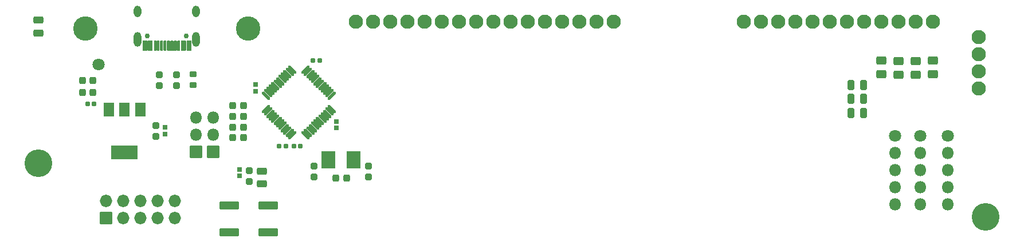
<source format=gbr>
G04 #@! TF.GenerationSoftware,KiCad,Pcbnew,(6.0.0-0)*
G04 #@! TF.CreationDate,2022-01-14T02:26:36+01:00*
G04 #@! TF.ProjectId,modelh,6d6f6465-6c68-42e6-9b69-6361645f7063,v0.1*
G04 #@! TF.SameCoordinates,Original*
G04 #@! TF.FileFunction,Soldermask,Top*
G04 #@! TF.FilePolarity,Negative*
%FSLAX46Y46*%
G04 Gerber Fmt 4.6, Leading zero omitted, Abs format (unit mm)*
G04 Created by KiCad (PCBNEW (6.0.0-0)) date 2022-01-14 02:26:36*
%MOMM*%
%LPD*%
G01*
G04 APERTURE LIST*
G04 Aperture macros list*
%AMRoundRect*
0 Rectangle with rounded corners*
0 $1 Rounding radius*
0 $2 $3 $4 $5 $6 $7 $8 $9 X,Y pos of 4 corners*
0 Add a 4 corners polygon primitive as box body*
4,1,4,$2,$3,$4,$5,$6,$7,$8,$9,$2,$3,0*
0 Add four circle primitives for the rounded corners*
1,1,$1+$1,$2,$3*
1,1,$1+$1,$4,$5*
1,1,$1+$1,$6,$7*
1,1,$1+$1,$8,$9*
0 Add four rect primitives between the rounded corners*
20,1,$1+$1,$2,$3,$4,$5,0*
20,1,$1+$1,$4,$5,$6,$7,0*
20,1,$1+$1,$6,$7,$8,$9,0*
20,1,$1+$1,$8,$9,$2,$3,0*%
G04 Aperture macros list end*
%ADD10C,2.101600*%
%ADD11C,3.601600*%
%ADD12C,4.101600*%
%ADD13RoundRect,0.269550X-0.256250X0.218750X-0.256250X-0.218750X0.256250X-0.218750X0.256250X0.218750X0*%
%ADD14RoundRect,0.269550X0.256250X-0.218750X0.256250X0.218750X-0.256250X0.218750X-0.256250X-0.218750X0*%
%ADD15RoundRect,0.050800X-0.750000X1.000000X-0.750000X-1.000000X0.750000X-1.000000X0.750000X1.000000X0*%
%ADD16RoundRect,0.050800X-1.900000X1.000000X-1.900000X-1.000000X1.900000X-1.000000X1.900000X1.000000X0*%
%ADD17RoundRect,0.269550X-0.218750X-0.256250X0.218750X-0.256250X0.218750X0.256250X-0.218750X0.256250X0*%
%ADD18RoundRect,0.269550X0.218750X0.256250X-0.218750X0.256250X-0.218750X-0.256250X0.218750X-0.256250X0*%
%ADD19RoundRect,0.050800X0.863600X-0.863600X0.863600X0.863600X-0.863600X0.863600X-0.863600X-0.863600X0*%
%ADD20O,1.828800X1.828800*%
%ADD21RoundRect,0.198300X0.172500X-0.147500X0.172500X0.147500X-0.172500X0.147500X-0.172500X-0.147500X0*%
%ADD22RoundRect,0.198300X0.147500X0.172500X-0.147500X0.172500X-0.147500X-0.172500X0.147500X-0.172500X0*%
%ADD23RoundRect,0.050800X1.375000X0.500000X-1.375000X0.500000X-1.375000X-0.500000X1.375000X-0.500000X0*%
%ADD24RoundRect,0.050800X0.850000X0.850000X-0.850000X0.850000X-0.850000X-0.850000X0.850000X-0.850000X0*%
%ADD25O,1.801600X1.801600*%
%ADD26RoundRect,0.125800X0.521491X-0.415425X-0.415425X0.521491X-0.521491X0.415425X0.415425X-0.521491X0*%
%ADD27RoundRect,0.125800X0.521491X0.415425X0.415425X0.521491X-0.521491X-0.415425X-0.415425X-0.521491X0*%
%ADD28C,1.801600*%
%ADD29RoundRect,0.050800X1.000000X1.200000X-1.000000X1.200000X-1.000000X-1.200000X1.000000X-1.200000X0*%
%ADD30RoundRect,0.294550X0.456250X-0.243750X0.456250X0.243750X-0.456250X0.243750X-0.456250X-0.243750X0*%
%ADD31RoundRect,0.198300X-0.172500X0.147500X-0.172500X-0.147500X0.172500X-0.147500X0.172500X0.147500X0*%
%ADD32RoundRect,0.300800X-0.450000X0.325000X-0.450000X-0.325000X0.450000X-0.325000X0.450000X0.325000X0*%
%ADD33RoundRect,0.294550X0.243750X0.456250X-0.243750X0.456250X-0.243750X-0.456250X0.243750X-0.456250X0*%
%ADD34RoundRect,0.198300X-0.147500X-0.172500X0.147500X-0.172500X0.147500X0.172500X-0.147500X0.172500X0*%
%ADD35RoundRect,0.294550X-0.456250X0.243750X-0.456250X-0.243750X0.456250X-0.243750X0.456250X0.243750X0*%
%ADD36C,0.751600*%
%ADD37RoundRect,0.050800X0.300000X0.725000X-0.300000X0.725000X-0.300000X-0.725000X0.300000X-0.725000X0*%
%ADD38RoundRect,0.050800X0.150000X0.725000X-0.150000X0.725000X-0.150000X-0.725000X0.150000X-0.725000X0*%
%ADD39O,1.101600X1.701600*%
%ADD40O,1.101600X2.201600*%
%ADD41RoundRect,0.250800X0.275000X-0.200000X0.275000X0.200000X-0.275000X0.200000X-0.275000X-0.200000X0*%
G04 APERTURE END LIST*
D10*
X208750000Y-60920000D03*
X208750000Y-58380000D03*
X208750000Y-55840000D03*
X208750000Y-53300000D03*
X201930000Y-51000000D03*
X199390000Y-51000000D03*
X196850000Y-51000000D03*
X194310000Y-51000000D03*
X191770000Y-51000000D03*
X189230000Y-51000000D03*
X186690000Y-51000000D03*
X184150000Y-51000000D03*
X181610000Y-51000000D03*
X179070000Y-51000000D03*
X176530000Y-51000000D03*
X173990000Y-51000000D03*
X154800000Y-51000000D03*
X152260000Y-51000000D03*
X149720000Y-51000000D03*
X147180000Y-51000000D03*
X144640000Y-51000000D03*
X142100000Y-51000000D03*
X139560000Y-51000000D03*
X137020000Y-51000000D03*
X134480000Y-51000000D03*
X131940000Y-51000000D03*
X129400000Y-51000000D03*
X126860000Y-51000000D03*
X124320000Y-51000000D03*
X121780000Y-51000000D03*
X119240000Y-51000000D03*
X116700000Y-51000000D03*
D11*
X76770000Y-51990000D03*
X100770000Y-51990000D03*
D12*
X69770000Y-71990000D03*
X209770000Y-79990000D03*
D13*
X90170000Y-58902500D03*
X90170000Y-60477500D03*
D14*
X87170000Y-68027500D03*
X87170000Y-66452500D03*
D15*
X84820000Y-64090000D03*
D16*
X82520000Y-70390000D03*
D15*
X82520000Y-64090000D03*
X80220000Y-64090000D03*
D13*
X87630000Y-58902500D03*
X87630000Y-60477500D03*
D17*
X98482500Y-66640000D03*
X100057500Y-66640000D03*
D18*
X100057500Y-65040000D03*
X98482500Y-65040000D03*
D19*
X79770000Y-80140000D03*
D20*
X79770000Y-77600000D03*
X82310000Y-80140000D03*
X82310000Y-77600000D03*
X84850000Y-80140000D03*
X84850000Y-77600000D03*
X87390000Y-80140000D03*
X87390000Y-77600000D03*
X89930000Y-80140000D03*
X89930000Y-77600000D03*
D13*
X118520000Y-72452500D03*
X118520000Y-74027500D03*
D18*
X115307500Y-74240000D03*
X113732500Y-74240000D03*
D21*
X101870000Y-61325000D03*
X101870000Y-60355000D03*
D22*
X108505000Y-69440000D03*
X107535000Y-69440000D03*
D23*
X97990000Y-82290000D03*
X103750000Y-82290000D03*
X103750000Y-78290000D03*
X97990000Y-78290000D03*
D24*
X95610000Y-70340000D03*
X93070000Y-70340000D03*
D25*
X95610000Y-67800000D03*
X93070000Y-67800000D03*
X95610000Y-65260000D03*
X93070000Y-65260000D03*
D22*
X78040000Y-63240000D03*
X77070000Y-63240000D03*
D21*
X88470000Y-67675000D03*
X88470000Y-66705000D03*
D26*
X109268788Y-67877876D03*
X109622342Y-67524322D03*
X109975895Y-67170769D03*
X110329449Y-66817215D03*
X110683002Y-66463662D03*
X111036555Y-66110109D03*
X111390109Y-65756555D03*
X111743662Y-65403002D03*
X112097215Y-65049449D03*
X112450769Y-64695895D03*
X112804322Y-64342342D03*
X113157876Y-63988788D03*
D27*
X113157876Y-61991212D03*
X112804322Y-61637658D03*
X112450769Y-61284105D03*
X112097215Y-60930551D03*
X111743662Y-60576998D03*
X111390109Y-60223445D03*
X111036555Y-59869891D03*
X110683002Y-59516338D03*
X110329449Y-59162785D03*
X109975895Y-58809231D03*
X109622342Y-58455678D03*
X109268788Y-58102124D03*
D26*
X107271212Y-58102124D03*
X106917658Y-58455678D03*
X106564105Y-58809231D03*
X106210551Y-59162785D03*
X105856998Y-59516338D03*
X105503445Y-59869891D03*
X105149891Y-60223445D03*
X104796338Y-60576998D03*
X104442785Y-60930551D03*
X104089231Y-61284105D03*
X103735678Y-61637658D03*
X103382124Y-61991212D03*
D27*
X103382124Y-63988788D03*
X103735678Y-64342342D03*
X104089231Y-64695895D03*
X104442785Y-65049449D03*
X104796338Y-65403002D03*
X105149891Y-65756555D03*
X105503445Y-66110109D03*
X105856998Y-66463662D03*
X106210551Y-66817215D03*
X106564105Y-67170769D03*
X106917658Y-67524322D03*
X107271212Y-67877876D03*
D22*
X106355000Y-69440000D03*
X105385000Y-69440000D03*
D28*
X204170000Y-67940000D03*
D25*
X204170000Y-70480000D03*
X204170000Y-73020000D03*
X204170000Y-75560000D03*
X204170000Y-78100000D03*
D13*
X110520000Y-72452500D03*
X110520000Y-74027500D03*
D28*
X200070000Y-67940000D03*
D25*
X200070000Y-70480000D03*
X200070000Y-73020000D03*
X200070000Y-75560000D03*
X200070000Y-78100000D03*
D28*
X196370000Y-67940000D03*
D25*
X196370000Y-70480000D03*
X196370000Y-73020000D03*
X196370000Y-75560000D03*
X196370000Y-78100000D03*
D29*
X116370000Y-71490000D03*
X112670000Y-71490000D03*
D30*
X102770000Y-75077500D03*
X102770000Y-73202500D03*
D13*
X100970000Y-73152500D03*
X100970000Y-74727500D03*
D18*
X100057500Y-68240000D03*
X98482500Y-68240000D03*
X100057500Y-63440000D03*
X98482500Y-63440000D03*
D31*
X99470000Y-72905000D03*
X99470000Y-73875000D03*
D32*
X196850000Y-58865000D03*
X196850000Y-56815000D03*
X194310000Y-58840000D03*
X194310000Y-56790000D03*
X201930000Y-58810000D03*
X201930000Y-56760000D03*
X199390000Y-56815000D03*
X199390000Y-58865000D03*
D33*
X191737500Y-60440000D03*
X189862500Y-60440000D03*
X191737500Y-62470000D03*
X189862500Y-62470000D03*
X191737500Y-64540000D03*
X189862500Y-64540000D03*
D34*
X110385000Y-56740000D03*
X111355000Y-56740000D03*
D28*
X78670000Y-57340000D03*
D18*
X77870000Y-61540000D03*
X76295000Y-61540000D03*
D35*
X69770000Y-50802500D03*
X69770000Y-52677500D03*
D17*
X76282500Y-59740000D03*
X77857500Y-59740000D03*
D31*
X113800000Y-65815000D03*
X113800000Y-66785000D03*
D36*
X85880000Y-53140000D03*
X91660000Y-53140000D03*
D37*
X92020000Y-54585000D03*
X91220000Y-54585000D03*
D38*
X90020000Y-54585000D03*
X89020000Y-54585000D03*
X88520000Y-54585000D03*
X87520000Y-54585000D03*
D37*
X86320000Y-54585000D03*
X85520000Y-54585000D03*
X85520000Y-54585000D03*
X86320000Y-54585000D03*
D38*
X87020000Y-54585000D03*
X88020000Y-54585000D03*
X89520000Y-54585000D03*
X90520000Y-54585000D03*
D37*
X91220000Y-54585000D03*
X92020000Y-54585000D03*
D39*
X84450000Y-49490000D03*
D40*
X84450000Y-53670000D03*
X93090000Y-53670000D03*
D39*
X93090000Y-49490000D03*
D41*
X92670000Y-60415000D03*
X92670000Y-58765000D03*
G36*
X107527335Y-67200033D02*
G01*
X107527365Y-67200941D01*
X107520101Y-67237456D01*
X107540652Y-67268215D01*
X107577153Y-67275476D01*
X107594006Y-67268495D01*
X107595989Y-67268756D01*
X107596754Y-67270604D01*
X107596185Y-67271757D01*
X106664881Y-68203061D01*
X106662949Y-68203579D01*
X106661535Y-68202165D01*
X106661505Y-68201257D01*
X106668769Y-68164742D01*
X106648218Y-68133983D01*
X106611717Y-68126722D01*
X106594864Y-68133703D01*
X106592881Y-68133442D01*
X106592116Y-68131594D01*
X106592685Y-68130441D01*
X107523989Y-67199137D01*
X107525921Y-67198619D01*
X107527335Y-67200033D01*
G37*
G36*
X109016223Y-67199349D02*
G01*
X109947527Y-68130653D01*
X109948045Y-68132585D01*
X109946631Y-68133999D01*
X109945723Y-68134029D01*
X109909208Y-68126765D01*
X109878449Y-68147316D01*
X109871188Y-68183817D01*
X109878169Y-68200670D01*
X109877908Y-68202653D01*
X109876060Y-68203418D01*
X109874907Y-68202849D01*
X108943603Y-67271545D01*
X108943085Y-67269613D01*
X108944499Y-67268199D01*
X108945407Y-67268169D01*
X108981922Y-67275433D01*
X109012681Y-67254882D01*
X109019942Y-67218381D01*
X109012961Y-67201528D01*
X109013222Y-67199545D01*
X109015070Y-67198780D01*
X109016223Y-67199349D01*
G37*
G36*
X107173783Y-66846479D02*
G01*
X107173813Y-66847387D01*
X107166549Y-66883900D01*
X107187101Y-66914659D01*
X107223602Y-66921920D01*
X107240453Y-66914940D01*
X107242436Y-66915201D01*
X107243201Y-66917049D01*
X107242632Y-66918202D01*
X106311326Y-67849508D01*
X106309394Y-67850026D01*
X106307980Y-67848612D01*
X106307950Y-67847704D01*
X106315214Y-67811191D01*
X106294662Y-67780432D01*
X106258161Y-67773171D01*
X106241310Y-67780151D01*
X106239327Y-67779890D01*
X106238562Y-67778042D01*
X106239131Y-67776889D01*
X107170437Y-66845583D01*
X107172369Y-66845065D01*
X107173783Y-66846479D01*
G37*
G36*
X109369775Y-66845795D02*
G01*
X110301081Y-67777101D01*
X110301599Y-67779033D01*
X110300185Y-67780447D01*
X110299277Y-67780477D01*
X110262764Y-67773213D01*
X110232005Y-67793765D01*
X110224744Y-67830266D01*
X110231724Y-67847117D01*
X110231463Y-67849100D01*
X110229615Y-67849865D01*
X110228462Y-67849296D01*
X109297156Y-66917990D01*
X109296638Y-66916058D01*
X109298052Y-66914644D01*
X109298960Y-66914614D01*
X109335473Y-66921878D01*
X109366232Y-66901326D01*
X109373493Y-66864825D01*
X109366513Y-66847974D01*
X109366774Y-66845991D01*
X109368622Y-66845226D01*
X109369775Y-66845795D01*
G37*
G36*
X106820228Y-66492926D02*
G01*
X106820258Y-66493834D01*
X106812994Y-66530349D01*
X106833545Y-66561108D01*
X106870046Y-66568369D01*
X106886899Y-66561388D01*
X106888882Y-66561649D01*
X106889647Y-66563497D01*
X106889078Y-66564650D01*
X105957774Y-67495954D01*
X105955842Y-67496472D01*
X105954428Y-67495058D01*
X105954398Y-67494150D01*
X105961662Y-67457635D01*
X105941111Y-67426876D01*
X105904610Y-67419615D01*
X105887757Y-67426596D01*
X105885774Y-67426335D01*
X105885009Y-67424487D01*
X105885578Y-67423334D01*
X106816882Y-66492030D01*
X106818814Y-66491512D01*
X106820228Y-66492926D01*
G37*
G36*
X109723330Y-66492242D02*
G01*
X110654634Y-67423546D01*
X110655152Y-67425478D01*
X110653738Y-67426892D01*
X110652830Y-67426922D01*
X110616315Y-67419658D01*
X110585556Y-67440209D01*
X110578295Y-67476710D01*
X110585276Y-67493563D01*
X110585015Y-67495546D01*
X110583167Y-67496311D01*
X110582014Y-67495742D01*
X109650710Y-66564438D01*
X109650192Y-66562506D01*
X109651606Y-66561092D01*
X109652514Y-66561062D01*
X109689029Y-66568326D01*
X109719788Y-66547775D01*
X109727049Y-66511274D01*
X109720068Y-66494421D01*
X109720329Y-66492438D01*
X109722177Y-66491673D01*
X109723330Y-66492242D01*
G37*
G36*
X106466676Y-66139372D02*
G01*
X106466706Y-66140280D01*
X106459442Y-66176793D01*
X106479994Y-66207552D01*
X106516495Y-66214813D01*
X106533346Y-66207833D01*
X106535329Y-66208094D01*
X106536094Y-66209942D01*
X106535525Y-66211095D01*
X105604219Y-67142401D01*
X105602287Y-67142919D01*
X105600873Y-67141505D01*
X105600843Y-67140597D01*
X105608107Y-67104084D01*
X105587555Y-67073325D01*
X105551054Y-67066064D01*
X105534203Y-67073044D01*
X105532220Y-67072783D01*
X105531455Y-67070935D01*
X105532024Y-67069782D01*
X106463330Y-66138476D01*
X106465262Y-66137958D01*
X106466676Y-66139372D01*
G37*
G36*
X110076882Y-66138688D02*
G01*
X111008188Y-67069994D01*
X111008706Y-67071926D01*
X111007292Y-67073340D01*
X111006384Y-67073370D01*
X110969871Y-67066106D01*
X110939112Y-67086658D01*
X110931851Y-67123159D01*
X110938831Y-67140010D01*
X110938570Y-67141993D01*
X110936722Y-67142758D01*
X110935569Y-67142189D01*
X110004263Y-66210883D01*
X110003745Y-66208951D01*
X110005159Y-66207537D01*
X110006067Y-66207507D01*
X110042580Y-66214771D01*
X110073339Y-66194219D01*
X110080600Y-66157718D01*
X110073620Y-66140867D01*
X110073881Y-66138884D01*
X110075729Y-66138119D01*
X110076882Y-66138688D01*
G37*
G36*
X106113123Y-65785819D02*
G01*
X106113153Y-65786727D01*
X106105889Y-65823240D01*
X106126441Y-65853999D01*
X106162942Y-65861260D01*
X106179793Y-65854280D01*
X106181776Y-65854541D01*
X106182541Y-65856389D01*
X106181972Y-65857542D01*
X105250666Y-66788848D01*
X105248734Y-66789366D01*
X105247320Y-66787952D01*
X105247290Y-66787044D01*
X105254554Y-66750531D01*
X105234002Y-66719772D01*
X105197501Y-66712511D01*
X105180650Y-66719491D01*
X105178667Y-66719230D01*
X105177902Y-66717382D01*
X105178471Y-66716229D01*
X106109777Y-65784923D01*
X106111709Y-65784405D01*
X106113123Y-65785819D01*
G37*
G36*
X110430435Y-65785135D02*
G01*
X111361741Y-66716441D01*
X111362259Y-66718373D01*
X111360845Y-66719787D01*
X111359937Y-66719817D01*
X111323424Y-66712553D01*
X111292665Y-66733105D01*
X111285404Y-66769606D01*
X111292384Y-66786457D01*
X111292123Y-66788440D01*
X111290275Y-66789205D01*
X111289122Y-66788636D01*
X110357816Y-65857330D01*
X110357298Y-65855398D01*
X110358712Y-65853984D01*
X110359620Y-65853954D01*
X110396133Y-65861218D01*
X110426892Y-65840666D01*
X110434153Y-65804165D01*
X110427173Y-65787314D01*
X110427434Y-65785331D01*
X110429282Y-65784566D01*
X110430435Y-65785135D01*
G37*
G36*
X105759568Y-65432266D02*
G01*
X105759598Y-65433174D01*
X105752334Y-65469689D01*
X105772885Y-65500448D01*
X105809386Y-65507709D01*
X105826239Y-65500728D01*
X105828222Y-65500989D01*
X105828987Y-65502837D01*
X105828418Y-65503990D01*
X104897114Y-66435294D01*
X104895182Y-66435812D01*
X104893768Y-66434398D01*
X104893738Y-66433490D01*
X104901002Y-66396975D01*
X104880451Y-66366216D01*
X104843950Y-66358955D01*
X104827097Y-66365936D01*
X104825114Y-66365675D01*
X104824349Y-66363827D01*
X104824918Y-66362674D01*
X105756222Y-65431370D01*
X105758154Y-65430852D01*
X105759568Y-65432266D01*
G37*
G36*
X110783990Y-65431582D02*
G01*
X111715294Y-66362886D01*
X111715812Y-66364818D01*
X111714398Y-66366232D01*
X111713490Y-66366262D01*
X111676975Y-66358998D01*
X111646216Y-66379549D01*
X111638955Y-66416050D01*
X111645936Y-66432903D01*
X111645675Y-66434886D01*
X111643827Y-66435651D01*
X111642674Y-66435082D01*
X110711370Y-65503778D01*
X110710852Y-65501846D01*
X110712266Y-65500432D01*
X110713174Y-65500402D01*
X110749689Y-65507666D01*
X110780448Y-65487115D01*
X110787709Y-65450614D01*
X110780728Y-65433761D01*
X110780989Y-65431778D01*
X110782837Y-65431013D01*
X110783990Y-65431582D01*
G37*
G36*
X105406016Y-65078712D02*
G01*
X105406046Y-65079620D01*
X105398782Y-65116133D01*
X105419334Y-65146892D01*
X105455835Y-65154153D01*
X105472686Y-65147173D01*
X105474669Y-65147434D01*
X105475434Y-65149282D01*
X105474865Y-65150435D01*
X104543559Y-66081741D01*
X104541627Y-66082259D01*
X104540213Y-66080845D01*
X104540183Y-66079937D01*
X104547447Y-66043424D01*
X104526895Y-66012665D01*
X104490394Y-66005404D01*
X104473543Y-66012384D01*
X104471560Y-66012123D01*
X104470795Y-66010275D01*
X104471364Y-66009122D01*
X105402670Y-65077816D01*
X105404602Y-65077298D01*
X105406016Y-65078712D01*
G37*
G36*
X111137542Y-65078028D02*
G01*
X112068848Y-66009334D01*
X112069366Y-66011266D01*
X112067952Y-66012680D01*
X112067044Y-66012710D01*
X112030531Y-66005446D01*
X111999772Y-66025998D01*
X111992511Y-66062499D01*
X111999491Y-66079350D01*
X111999230Y-66081333D01*
X111997382Y-66082098D01*
X111996229Y-66081529D01*
X111064923Y-65150223D01*
X111064405Y-65148291D01*
X111065819Y-65146877D01*
X111066727Y-65146847D01*
X111103240Y-65154111D01*
X111133999Y-65133559D01*
X111141260Y-65097058D01*
X111134280Y-65080207D01*
X111134541Y-65078224D01*
X111136389Y-65077459D01*
X111137542Y-65078028D01*
G37*
G36*
X105052463Y-64725159D02*
G01*
X105052493Y-64726067D01*
X105045229Y-64762580D01*
X105065781Y-64793339D01*
X105102282Y-64800600D01*
X105119133Y-64793620D01*
X105121116Y-64793881D01*
X105121881Y-64795729D01*
X105121312Y-64796882D01*
X104190006Y-65728188D01*
X104188074Y-65728706D01*
X104186660Y-65727292D01*
X104186630Y-65726384D01*
X104193894Y-65689871D01*
X104173342Y-65659112D01*
X104136841Y-65651851D01*
X104119990Y-65658831D01*
X104118007Y-65658570D01*
X104117242Y-65656722D01*
X104117811Y-65655569D01*
X105049117Y-64724263D01*
X105051049Y-64723745D01*
X105052463Y-64725159D01*
G37*
G36*
X111491095Y-64724475D02*
G01*
X112422401Y-65655781D01*
X112422919Y-65657713D01*
X112421505Y-65659127D01*
X112420597Y-65659157D01*
X112384084Y-65651893D01*
X112353325Y-65672445D01*
X112346064Y-65708946D01*
X112353044Y-65725797D01*
X112352783Y-65727780D01*
X112350935Y-65728545D01*
X112349782Y-65727976D01*
X111418476Y-64796670D01*
X111417958Y-64794738D01*
X111419372Y-64793324D01*
X111420280Y-64793294D01*
X111456793Y-64800558D01*
X111487552Y-64780006D01*
X111494813Y-64743505D01*
X111487833Y-64726654D01*
X111488094Y-64724671D01*
X111489942Y-64723906D01*
X111491095Y-64724475D01*
G37*
G36*
X104698908Y-64371606D02*
G01*
X104698938Y-64372514D01*
X104691674Y-64409029D01*
X104712225Y-64439788D01*
X104748726Y-64447049D01*
X104765579Y-64440068D01*
X104767562Y-64440329D01*
X104768327Y-64442177D01*
X104767758Y-64443330D01*
X103836454Y-65374634D01*
X103834522Y-65375152D01*
X103833108Y-65373738D01*
X103833078Y-65372830D01*
X103840342Y-65336315D01*
X103819791Y-65305556D01*
X103783290Y-65298295D01*
X103766437Y-65305276D01*
X103764454Y-65305015D01*
X103763689Y-65303167D01*
X103764258Y-65302014D01*
X104695562Y-64370710D01*
X104697494Y-64370192D01*
X104698908Y-64371606D01*
G37*
G36*
X111844650Y-64370922D02*
G01*
X112775954Y-65302226D01*
X112776472Y-65304158D01*
X112775058Y-65305572D01*
X112774150Y-65305602D01*
X112737635Y-65298338D01*
X112706876Y-65318889D01*
X112699615Y-65355390D01*
X112706596Y-65372243D01*
X112706335Y-65374226D01*
X112704487Y-65374991D01*
X112703334Y-65374422D01*
X111772030Y-64443118D01*
X111771512Y-64441186D01*
X111772926Y-64439772D01*
X111773834Y-64439742D01*
X111810349Y-64447006D01*
X111841108Y-64426455D01*
X111848369Y-64389954D01*
X111841388Y-64373101D01*
X111841649Y-64371118D01*
X111843497Y-64370353D01*
X111844650Y-64370922D01*
G37*
G36*
X104345356Y-64018052D02*
G01*
X104345386Y-64018960D01*
X104338122Y-64055473D01*
X104358674Y-64086232D01*
X104395175Y-64093493D01*
X104412026Y-64086513D01*
X104414009Y-64086774D01*
X104414774Y-64088622D01*
X104414205Y-64089775D01*
X103482899Y-65021081D01*
X103480967Y-65021599D01*
X103479553Y-65020185D01*
X103479523Y-65019277D01*
X103486787Y-64982764D01*
X103466235Y-64952005D01*
X103429734Y-64944744D01*
X103412883Y-64951724D01*
X103410900Y-64951463D01*
X103410135Y-64949615D01*
X103410704Y-64948462D01*
X104342010Y-64017156D01*
X104343942Y-64016638D01*
X104345356Y-64018052D01*
G37*
G36*
X112198202Y-64017368D02*
G01*
X113129508Y-64948674D01*
X113130026Y-64950606D01*
X113128612Y-64952020D01*
X113127704Y-64952050D01*
X113091191Y-64944786D01*
X113060432Y-64965338D01*
X113053171Y-65001839D01*
X113060151Y-65018690D01*
X113059890Y-65020673D01*
X113058042Y-65021438D01*
X113056889Y-65020869D01*
X112125583Y-64089563D01*
X112125065Y-64087631D01*
X112126479Y-64086217D01*
X112127387Y-64086187D01*
X112163900Y-64093451D01*
X112194659Y-64072899D01*
X112201920Y-64036398D01*
X112194940Y-64019547D01*
X112195201Y-64017564D01*
X112197049Y-64016799D01*
X112198202Y-64017368D01*
G37*
G36*
X103991801Y-63664499D02*
G01*
X103991831Y-63665407D01*
X103984567Y-63701922D01*
X104005118Y-63732681D01*
X104041619Y-63739942D01*
X104058472Y-63732961D01*
X104060455Y-63733222D01*
X104061220Y-63735070D01*
X104060651Y-63736223D01*
X103129347Y-64667527D01*
X103127415Y-64668045D01*
X103126001Y-64666631D01*
X103125971Y-64665723D01*
X103133235Y-64629208D01*
X103112684Y-64598449D01*
X103076183Y-64591188D01*
X103059330Y-64598169D01*
X103057347Y-64597908D01*
X103056582Y-64596060D01*
X103057151Y-64594907D01*
X103988455Y-63663603D01*
X103990387Y-63663085D01*
X103991801Y-63664499D01*
G37*
G36*
X112551757Y-63663815D02*
G01*
X113483061Y-64595119D01*
X113483579Y-64597051D01*
X113482165Y-64598465D01*
X113481257Y-64598495D01*
X113444742Y-64591231D01*
X113413983Y-64611782D01*
X113406722Y-64648283D01*
X113413703Y-64665136D01*
X113413442Y-64667119D01*
X113411594Y-64667884D01*
X113410441Y-64667315D01*
X112479137Y-63736011D01*
X112478619Y-63734079D01*
X112480033Y-63732665D01*
X112480941Y-63732635D01*
X112517456Y-63739899D01*
X112548215Y-63719348D01*
X112555476Y-63682847D01*
X112548495Y-63665994D01*
X112548756Y-63664011D01*
X112550604Y-63663246D01*
X112551757Y-63663815D01*
G37*
G36*
X113413999Y-61313369D02*
G01*
X113414029Y-61314277D01*
X113406765Y-61350792D01*
X113427316Y-61381551D01*
X113463817Y-61388812D01*
X113480670Y-61381831D01*
X113482653Y-61382092D01*
X113483418Y-61383940D01*
X113482849Y-61385093D01*
X112551545Y-62316397D01*
X112549613Y-62316915D01*
X112548199Y-62315501D01*
X112548169Y-62314593D01*
X112555433Y-62278078D01*
X112534882Y-62247319D01*
X112498381Y-62240058D01*
X112481528Y-62247039D01*
X112479545Y-62246778D01*
X112478780Y-62244930D01*
X112479349Y-62243777D01*
X113410653Y-61312473D01*
X113412585Y-61311955D01*
X113413999Y-61313369D01*
G37*
G36*
X103129559Y-61312685D02*
G01*
X104060863Y-62243989D01*
X104061381Y-62245921D01*
X104059967Y-62247335D01*
X104059059Y-62247365D01*
X104022544Y-62240101D01*
X103991785Y-62260652D01*
X103984524Y-62297153D01*
X103991505Y-62314006D01*
X103991244Y-62315989D01*
X103989396Y-62316754D01*
X103988243Y-62316185D01*
X103056939Y-61384881D01*
X103056421Y-61382949D01*
X103057835Y-61381535D01*
X103058743Y-61381505D01*
X103095258Y-61388769D01*
X103126017Y-61368218D01*
X103133278Y-61331717D01*
X103126297Y-61314864D01*
X103126558Y-61312881D01*
X103128406Y-61312116D01*
X103129559Y-61312685D01*
G37*
G36*
X113060447Y-60959815D02*
G01*
X113060477Y-60960723D01*
X113053213Y-60997236D01*
X113073765Y-61027995D01*
X113110266Y-61035256D01*
X113127117Y-61028276D01*
X113129100Y-61028537D01*
X113129865Y-61030385D01*
X113129296Y-61031538D01*
X112197990Y-61962844D01*
X112196058Y-61963362D01*
X112194644Y-61961948D01*
X112194614Y-61961040D01*
X112201878Y-61924527D01*
X112181326Y-61893768D01*
X112144825Y-61886507D01*
X112127974Y-61893487D01*
X112125991Y-61893226D01*
X112125226Y-61891378D01*
X112125795Y-61890225D01*
X113057101Y-60958919D01*
X113059033Y-60958401D01*
X113060447Y-60959815D01*
G37*
G36*
X103483111Y-60959131D02*
G01*
X104414417Y-61890437D01*
X104414935Y-61892369D01*
X104413521Y-61893783D01*
X104412613Y-61893813D01*
X104376100Y-61886549D01*
X104345341Y-61907101D01*
X104338080Y-61943602D01*
X104345060Y-61960453D01*
X104344799Y-61962436D01*
X104342951Y-61963201D01*
X104341798Y-61962632D01*
X103410492Y-61031326D01*
X103409974Y-61029394D01*
X103411388Y-61027980D01*
X103412296Y-61027950D01*
X103448809Y-61035214D01*
X103479568Y-61014662D01*
X103486829Y-60978161D01*
X103479849Y-60961310D01*
X103480110Y-60959327D01*
X103481958Y-60958562D01*
X103483111Y-60959131D01*
G37*
G36*
X112706892Y-60606262D02*
G01*
X112706922Y-60607170D01*
X112699658Y-60643685D01*
X112720209Y-60674444D01*
X112756710Y-60681705D01*
X112773563Y-60674724D01*
X112775546Y-60674985D01*
X112776311Y-60676833D01*
X112775742Y-60677986D01*
X111844438Y-61609290D01*
X111842506Y-61609808D01*
X111841092Y-61608394D01*
X111841062Y-61607486D01*
X111848326Y-61570971D01*
X111827775Y-61540212D01*
X111791274Y-61532951D01*
X111774421Y-61539932D01*
X111772438Y-61539671D01*
X111771673Y-61537823D01*
X111772242Y-61536670D01*
X112703546Y-60605366D01*
X112705478Y-60604848D01*
X112706892Y-60606262D01*
G37*
G36*
X103836666Y-60605578D02*
G01*
X104767970Y-61536882D01*
X104768488Y-61538814D01*
X104767074Y-61540228D01*
X104766166Y-61540258D01*
X104729651Y-61532994D01*
X104698892Y-61553545D01*
X104691631Y-61590046D01*
X104698612Y-61606899D01*
X104698351Y-61608882D01*
X104696503Y-61609647D01*
X104695350Y-61609078D01*
X103764046Y-60677774D01*
X103763528Y-60675842D01*
X103764942Y-60674428D01*
X103765850Y-60674398D01*
X103802365Y-60681662D01*
X103833124Y-60661111D01*
X103840385Y-60624610D01*
X103833404Y-60607757D01*
X103833665Y-60605774D01*
X103835513Y-60605009D01*
X103836666Y-60605578D01*
G37*
G36*
X112353340Y-60252708D02*
G01*
X112353370Y-60253616D01*
X112346106Y-60290129D01*
X112366658Y-60320888D01*
X112403159Y-60328149D01*
X112420010Y-60321169D01*
X112421993Y-60321430D01*
X112422758Y-60323278D01*
X112422189Y-60324431D01*
X111490883Y-61255737D01*
X111488951Y-61256255D01*
X111487537Y-61254841D01*
X111487507Y-61253933D01*
X111494771Y-61217420D01*
X111474219Y-61186661D01*
X111437718Y-61179400D01*
X111420867Y-61186380D01*
X111418884Y-61186119D01*
X111418119Y-61184271D01*
X111418688Y-61183118D01*
X112349994Y-60251812D01*
X112351926Y-60251294D01*
X112353340Y-60252708D01*
G37*
G36*
X104190218Y-60252024D02*
G01*
X105121524Y-61183330D01*
X105122042Y-61185262D01*
X105120628Y-61186676D01*
X105119720Y-61186706D01*
X105083207Y-61179442D01*
X105052448Y-61199994D01*
X105045187Y-61236495D01*
X105052167Y-61253346D01*
X105051906Y-61255329D01*
X105050058Y-61256094D01*
X105048905Y-61255525D01*
X104117599Y-60324219D01*
X104117081Y-60322287D01*
X104118495Y-60320873D01*
X104119403Y-60320843D01*
X104155916Y-60328107D01*
X104186675Y-60307555D01*
X104193936Y-60271054D01*
X104186956Y-60254203D01*
X104187217Y-60252220D01*
X104189065Y-60251455D01*
X104190218Y-60252024D01*
G37*
G36*
X111999787Y-59899155D02*
G01*
X111999817Y-59900063D01*
X111992553Y-59936576D01*
X112013105Y-59967335D01*
X112049606Y-59974596D01*
X112066457Y-59967616D01*
X112068440Y-59967877D01*
X112069205Y-59969725D01*
X112068636Y-59970878D01*
X111137330Y-60902184D01*
X111135398Y-60902702D01*
X111133984Y-60901288D01*
X111133954Y-60900380D01*
X111141218Y-60863867D01*
X111120666Y-60833108D01*
X111084165Y-60825847D01*
X111067314Y-60832827D01*
X111065331Y-60832566D01*
X111064566Y-60830718D01*
X111065135Y-60829565D01*
X111996441Y-59898259D01*
X111998373Y-59897741D01*
X111999787Y-59899155D01*
G37*
G36*
X104543771Y-59898471D02*
G01*
X105475077Y-60829777D01*
X105475595Y-60831709D01*
X105474181Y-60833123D01*
X105473273Y-60833153D01*
X105436760Y-60825889D01*
X105406001Y-60846441D01*
X105398740Y-60882942D01*
X105405720Y-60899793D01*
X105405459Y-60901776D01*
X105403611Y-60902541D01*
X105402458Y-60901972D01*
X104471152Y-59970666D01*
X104470634Y-59968734D01*
X104472048Y-59967320D01*
X104472956Y-59967290D01*
X104509469Y-59974554D01*
X104540228Y-59954002D01*
X104547489Y-59917501D01*
X104540509Y-59900650D01*
X104540770Y-59898667D01*
X104542618Y-59897902D01*
X104543771Y-59898471D01*
G37*
G36*
X111646232Y-59545602D02*
G01*
X111646262Y-59546510D01*
X111638998Y-59583025D01*
X111659549Y-59613784D01*
X111696050Y-59621045D01*
X111712903Y-59614064D01*
X111714886Y-59614325D01*
X111715651Y-59616173D01*
X111715082Y-59617326D01*
X110783778Y-60548630D01*
X110781846Y-60549148D01*
X110780432Y-60547734D01*
X110780402Y-60546826D01*
X110787666Y-60510311D01*
X110767115Y-60479552D01*
X110730614Y-60472291D01*
X110713761Y-60479272D01*
X110711778Y-60479011D01*
X110711013Y-60477163D01*
X110711582Y-60476010D01*
X111642886Y-59544706D01*
X111644818Y-59544188D01*
X111646232Y-59545602D01*
G37*
G36*
X104897326Y-59544918D02*
G01*
X105828630Y-60476222D01*
X105829148Y-60478154D01*
X105827734Y-60479568D01*
X105826826Y-60479598D01*
X105790311Y-60472334D01*
X105759552Y-60492885D01*
X105752291Y-60529386D01*
X105759272Y-60546239D01*
X105759011Y-60548222D01*
X105757163Y-60548987D01*
X105756010Y-60548418D01*
X104824706Y-59617114D01*
X104824188Y-59615182D01*
X104825602Y-59613768D01*
X104826510Y-59613738D01*
X104863025Y-59621002D01*
X104893784Y-59600451D01*
X104901045Y-59563950D01*
X104894064Y-59547097D01*
X104894325Y-59545114D01*
X104896173Y-59544349D01*
X104897326Y-59544918D01*
G37*
G36*
X111292680Y-59192048D02*
G01*
X111292710Y-59192956D01*
X111285446Y-59229469D01*
X111305998Y-59260228D01*
X111342499Y-59267489D01*
X111359350Y-59260509D01*
X111361333Y-59260770D01*
X111362098Y-59262618D01*
X111361529Y-59263771D01*
X110430223Y-60195077D01*
X110428291Y-60195595D01*
X110426877Y-60194181D01*
X110426847Y-60193273D01*
X110434111Y-60156760D01*
X110413559Y-60126001D01*
X110377058Y-60118740D01*
X110360207Y-60125720D01*
X110358224Y-60125459D01*
X110357459Y-60123611D01*
X110358028Y-60122458D01*
X111289334Y-59191152D01*
X111291266Y-59190634D01*
X111292680Y-59192048D01*
G37*
G36*
X105250878Y-59191364D02*
G01*
X106182184Y-60122670D01*
X106182702Y-60124602D01*
X106181288Y-60126016D01*
X106180380Y-60126046D01*
X106143867Y-60118782D01*
X106113108Y-60139334D01*
X106105847Y-60175835D01*
X106112827Y-60192686D01*
X106112566Y-60194669D01*
X106110718Y-60195434D01*
X106109565Y-60194865D01*
X105178259Y-59263559D01*
X105177741Y-59261627D01*
X105179155Y-59260213D01*
X105180063Y-59260183D01*
X105216576Y-59267447D01*
X105247335Y-59246895D01*
X105254596Y-59210394D01*
X105247616Y-59193543D01*
X105247877Y-59191560D01*
X105249725Y-59190795D01*
X105250878Y-59191364D01*
G37*
G36*
X110939127Y-58838495D02*
G01*
X110939157Y-58839403D01*
X110931893Y-58875916D01*
X110952445Y-58906675D01*
X110988946Y-58913936D01*
X111005797Y-58906956D01*
X111007780Y-58907217D01*
X111008545Y-58909065D01*
X111007976Y-58910218D01*
X110076670Y-59841524D01*
X110074738Y-59842042D01*
X110073324Y-59840628D01*
X110073294Y-59839720D01*
X110080558Y-59803207D01*
X110060006Y-59772448D01*
X110023505Y-59765187D01*
X110006654Y-59772167D01*
X110004671Y-59771906D01*
X110003906Y-59770058D01*
X110004475Y-59768905D01*
X110935781Y-58837599D01*
X110937713Y-58837081D01*
X110939127Y-58838495D01*
G37*
G36*
X105604431Y-58837811D02*
G01*
X106535737Y-59769117D01*
X106536255Y-59771049D01*
X106534841Y-59772463D01*
X106533933Y-59772493D01*
X106497420Y-59765229D01*
X106466661Y-59785781D01*
X106459400Y-59822282D01*
X106466380Y-59839133D01*
X106466119Y-59841116D01*
X106464271Y-59841881D01*
X106463118Y-59841312D01*
X105531812Y-58910006D01*
X105531294Y-58908074D01*
X105532708Y-58906660D01*
X105533616Y-58906630D01*
X105570129Y-58913894D01*
X105600888Y-58893342D01*
X105608149Y-58856841D01*
X105601169Y-58839990D01*
X105601430Y-58838007D01*
X105603278Y-58837242D01*
X105604431Y-58837811D01*
G37*
G36*
X110585572Y-58484942D02*
G01*
X110585602Y-58485850D01*
X110578338Y-58522365D01*
X110598889Y-58553124D01*
X110635390Y-58560385D01*
X110652243Y-58553404D01*
X110654226Y-58553665D01*
X110654991Y-58555513D01*
X110654422Y-58556666D01*
X109723118Y-59487970D01*
X109721186Y-59488488D01*
X109719772Y-59487074D01*
X109719742Y-59486166D01*
X109727006Y-59449651D01*
X109706455Y-59418892D01*
X109669954Y-59411631D01*
X109653101Y-59418612D01*
X109651118Y-59418351D01*
X109650353Y-59416503D01*
X109650922Y-59415350D01*
X110582226Y-58484046D01*
X110584158Y-58483528D01*
X110585572Y-58484942D01*
G37*
G36*
X105957986Y-58484258D02*
G01*
X106889290Y-59415562D01*
X106889808Y-59417494D01*
X106888394Y-59418908D01*
X106887486Y-59418938D01*
X106850971Y-59411674D01*
X106820212Y-59432225D01*
X106812951Y-59468726D01*
X106819932Y-59485579D01*
X106819671Y-59487562D01*
X106817823Y-59488327D01*
X106816670Y-59487758D01*
X105885366Y-58556454D01*
X105884848Y-58554522D01*
X105886262Y-58553108D01*
X105887170Y-58553078D01*
X105923685Y-58560342D01*
X105954444Y-58539791D01*
X105961705Y-58503290D01*
X105954724Y-58486437D01*
X105954985Y-58484454D01*
X105956833Y-58483689D01*
X105957986Y-58484258D01*
G37*
G36*
X110232020Y-58131388D02*
G01*
X110232050Y-58132296D01*
X110224786Y-58168809D01*
X110245338Y-58199568D01*
X110281839Y-58206829D01*
X110298690Y-58199849D01*
X110300673Y-58200110D01*
X110301438Y-58201958D01*
X110300869Y-58203111D01*
X109369563Y-59134417D01*
X109367631Y-59134935D01*
X109366217Y-59133521D01*
X109366187Y-59132613D01*
X109373451Y-59096100D01*
X109352899Y-59065341D01*
X109316398Y-59058080D01*
X109299547Y-59065060D01*
X109297564Y-59064799D01*
X109296799Y-59062951D01*
X109297368Y-59061798D01*
X110228674Y-58130492D01*
X110230606Y-58129974D01*
X110232020Y-58131388D01*
G37*
G36*
X106311538Y-58130704D02*
G01*
X107242844Y-59062010D01*
X107243362Y-59063942D01*
X107241948Y-59065356D01*
X107241040Y-59065386D01*
X107204527Y-59058122D01*
X107173768Y-59078674D01*
X107166507Y-59115175D01*
X107173487Y-59132026D01*
X107173226Y-59134009D01*
X107171378Y-59134774D01*
X107170225Y-59134205D01*
X106238919Y-58202899D01*
X106238401Y-58200967D01*
X106239815Y-58199553D01*
X106240723Y-58199523D01*
X106277236Y-58206787D01*
X106307995Y-58186235D01*
X106315256Y-58149734D01*
X106308276Y-58132883D01*
X106308537Y-58130900D01*
X106310385Y-58130135D01*
X106311538Y-58130704D01*
G37*
G36*
X109878465Y-57777835D02*
G01*
X109878495Y-57778743D01*
X109871231Y-57815258D01*
X109891782Y-57846017D01*
X109928283Y-57853278D01*
X109945136Y-57846297D01*
X109947119Y-57846558D01*
X109947884Y-57848406D01*
X109947315Y-57849559D01*
X109016011Y-58780863D01*
X109014079Y-58781381D01*
X109012665Y-58779967D01*
X109012635Y-58779059D01*
X109019899Y-58742544D01*
X108999348Y-58711785D01*
X108962847Y-58704524D01*
X108945994Y-58711505D01*
X108944011Y-58711244D01*
X108943246Y-58709396D01*
X108943815Y-58708243D01*
X109875119Y-57776939D01*
X109877051Y-57776421D01*
X109878465Y-57777835D01*
G37*
G36*
X106665093Y-57777151D02*
G01*
X107596397Y-58708455D01*
X107596915Y-58710387D01*
X107595501Y-58711801D01*
X107594593Y-58711831D01*
X107558078Y-58704567D01*
X107527319Y-58725118D01*
X107520058Y-58761619D01*
X107527039Y-58778472D01*
X107526778Y-58780455D01*
X107524930Y-58781220D01*
X107523777Y-58780651D01*
X106592473Y-57849347D01*
X106591955Y-57847415D01*
X106593369Y-57846001D01*
X106594277Y-57845971D01*
X106630792Y-57853235D01*
X106661551Y-57832684D01*
X106668812Y-57796183D01*
X106661831Y-57779330D01*
X106662092Y-57777347D01*
X106663940Y-57776582D01*
X106665093Y-57777151D01*
G37*
G36*
X88222463Y-53862704D02*
G01*
X88243146Y-53893660D01*
X88279429Y-53900878D01*
X88310372Y-53880202D01*
X88317352Y-53863352D01*
X88318939Y-53862134D01*
X88320787Y-53862899D01*
X88321200Y-53864117D01*
X88321200Y-55306185D01*
X88320200Y-55307917D01*
X88318200Y-55307917D01*
X88317537Y-55307296D01*
X88296854Y-55276340D01*
X88260571Y-55269122D01*
X88229628Y-55289798D01*
X88222648Y-55306648D01*
X88221061Y-55307866D01*
X88219213Y-55307101D01*
X88218800Y-55305883D01*
X88218800Y-53863815D01*
X88219800Y-53862083D01*
X88221800Y-53862083D01*
X88222463Y-53862704D01*
G37*
G36*
X87222463Y-53862704D02*
G01*
X87243146Y-53893660D01*
X87279429Y-53900878D01*
X87310372Y-53880202D01*
X87317352Y-53863352D01*
X87318939Y-53862134D01*
X87320787Y-53862899D01*
X87321200Y-53864117D01*
X87321200Y-55306185D01*
X87320200Y-55307917D01*
X87318200Y-55307917D01*
X87317537Y-55307296D01*
X87296854Y-55276340D01*
X87260571Y-55269122D01*
X87229628Y-55289798D01*
X87222648Y-55306648D01*
X87221061Y-55307866D01*
X87219213Y-55307101D01*
X87218800Y-55305883D01*
X87218800Y-53863815D01*
X87219800Y-53862083D01*
X87221800Y-53862083D01*
X87222463Y-53862704D01*
G37*
G36*
X87722463Y-53862704D02*
G01*
X87743146Y-53893660D01*
X87779429Y-53900878D01*
X87810372Y-53880202D01*
X87817352Y-53863352D01*
X87818939Y-53862134D01*
X87820787Y-53862899D01*
X87821200Y-53864117D01*
X87821200Y-55306185D01*
X87820200Y-55307917D01*
X87818200Y-55307917D01*
X87817537Y-55307296D01*
X87796854Y-55276340D01*
X87760571Y-55269122D01*
X87729628Y-55289798D01*
X87722648Y-55306648D01*
X87721061Y-55307866D01*
X87719213Y-55307101D01*
X87718800Y-55305883D01*
X87718800Y-53863815D01*
X87719800Y-53862083D01*
X87721800Y-53862083D01*
X87722463Y-53862704D01*
G37*
G36*
X89722463Y-53862704D02*
G01*
X89743146Y-53893660D01*
X89779429Y-53900878D01*
X89810372Y-53880202D01*
X89817352Y-53863352D01*
X89818939Y-53862134D01*
X89820787Y-53862899D01*
X89821200Y-53864117D01*
X89821200Y-55306185D01*
X89820200Y-55307917D01*
X89818200Y-55307917D01*
X89817537Y-55307296D01*
X89796854Y-55276340D01*
X89760571Y-55269122D01*
X89729628Y-55289798D01*
X89722648Y-55306648D01*
X89721061Y-55307866D01*
X89719213Y-55307101D01*
X89718800Y-55305883D01*
X89718800Y-53863815D01*
X89719800Y-53862083D01*
X89721800Y-53862083D01*
X89722463Y-53862704D01*
G37*
G36*
X85872463Y-53862704D02*
G01*
X85893146Y-53893660D01*
X85929429Y-53900878D01*
X85960372Y-53880202D01*
X85967352Y-53863352D01*
X85968939Y-53862134D01*
X85970787Y-53862899D01*
X85971200Y-53864117D01*
X85971200Y-55306185D01*
X85970200Y-55307917D01*
X85968200Y-55307917D01*
X85967537Y-55307296D01*
X85946854Y-55276340D01*
X85910571Y-55269122D01*
X85879628Y-55289798D01*
X85872648Y-55306648D01*
X85871061Y-55307866D01*
X85869213Y-55307101D01*
X85868800Y-55305883D01*
X85868800Y-53863815D01*
X85869800Y-53862083D01*
X85871800Y-53862083D01*
X85872463Y-53862704D01*
G37*
G36*
X89222463Y-53862704D02*
G01*
X89243146Y-53893660D01*
X89279429Y-53900878D01*
X89310372Y-53880202D01*
X89317352Y-53863352D01*
X89318939Y-53862134D01*
X89320787Y-53862899D01*
X89321200Y-53864117D01*
X89321200Y-55306185D01*
X89320200Y-55307917D01*
X89318200Y-55307917D01*
X89317537Y-55307296D01*
X89296854Y-55276340D01*
X89260571Y-55269122D01*
X89229628Y-55289798D01*
X89222648Y-55306648D01*
X89221061Y-55307866D01*
X89219213Y-55307101D01*
X89218800Y-55305883D01*
X89218800Y-53863815D01*
X89219800Y-53862083D01*
X89221800Y-53862083D01*
X89222463Y-53862704D01*
G37*
G36*
X90222463Y-53862704D02*
G01*
X90243146Y-53893660D01*
X90279429Y-53900878D01*
X90310372Y-53880202D01*
X90317352Y-53863352D01*
X90318939Y-53862134D01*
X90320787Y-53862899D01*
X90321200Y-53864117D01*
X90321200Y-55306185D01*
X90320200Y-55307917D01*
X90318200Y-55307917D01*
X90317537Y-55307296D01*
X90296854Y-55276340D01*
X90260571Y-55269122D01*
X90229628Y-55289798D01*
X90222648Y-55306648D01*
X90221061Y-55307866D01*
X90219213Y-55307101D01*
X90218800Y-55305883D01*
X90218800Y-53863815D01*
X90219800Y-53862083D01*
X90221800Y-53862083D01*
X90222463Y-53862704D01*
G37*
G36*
X88722463Y-53862704D02*
G01*
X88743146Y-53893660D01*
X88779429Y-53900878D01*
X88810372Y-53880202D01*
X88817352Y-53863352D01*
X88818939Y-53862134D01*
X88820787Y-53862899D01*
X88821200Y-53864117D01*
X88821200Y-55306185D01*
X88820200Y-55307917D01*
X88818200Y-55307917D01*
X88817537Y-55307296D01*
X88796854Y-55276340D01*
X88760571Y-55269122D01*
X88729628Y-55289798D01*
X88722648Y-55306648D01*
X88721061Y-55307866D01*
X88719213Y-55307101D01*
X88718800Y-55305883D01*
X88718800Y-53863815D01*
X88719800Y-53862083D01*
X88721800Y-53862083D01*
X88722463Y-53862704D01*
G37*
G36*
X91572463Y-53862704D02*
G01*
X91593146Y-53893660D01*
X91629429Y-53900878D01*
X91660372Y-53880202D01*
X91667352Y-53863352D01*
X91668939Y-53862134D01*
X91670787Y-53862899D01*
X91671200Y-53864117D01*
X91671200Y-55306185D01*
X91670200Y-55307917D01*
X91668200Y-55307917D01*
X91667537Y-55307296D01*
X91646854Y-55276340D01*
X91610571Y-55269122D01*
X91579628Y-55289798D01*
X91572648Y-55306648D01*
X91571061Y-55307866D01*
X91569213Y-55307101D01*
X91568800Y-55305883D01*
X91568800Y-53863815D01*
X91569800Y-53862083D01*
X91571800Y-53862083D01*
X91572463Y-53862704D01*
G37*
M02*

</source>
